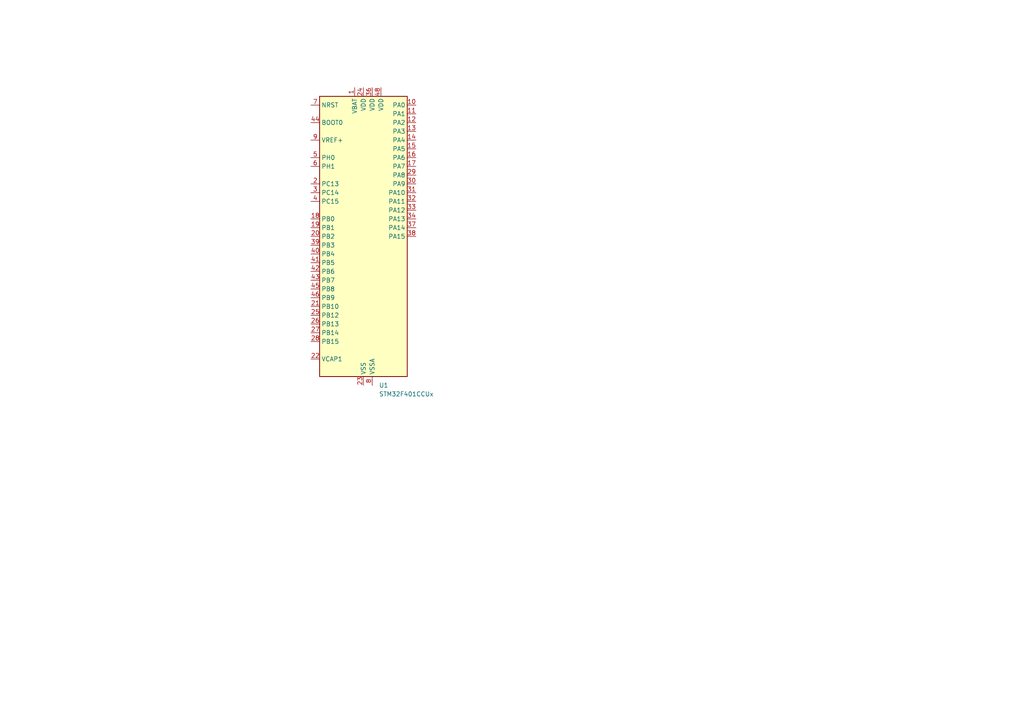
<source format=kicad_sch>
(kicad_sch (version 20230121) (generator eeschema)
  (paper "A4")
  (lib_symbols
    (symbol "MCU_ST_STM32F4:STM32F401CCUx"
      (property "Reference" "U" (at -12.7 41.91 0))
      (property "Value" "STM32F401CCUx" (at 7.62 41.91 0))
      (symbol "STM32F401CCUx_0_1"
        (rectangle (start -12.7 -40.64) (end 12.7 40.64) (stroke (width 0.254)) (fill (type background)))
      )
      (symbol "STM32F401CCUx_1_1"
        (pin power_in line (at -2.54 43.18 270) (length 2.54) (name "VBAT") (number "1"))
        (pin bidirectional line (at 15.24 38.1 180) (length 2.54) (name "PA0") (number "10"))
        (pin bidirectional line (at 15.24 35.56 180) (length 2.54) (name "PA1") (number "11"))
        (pin bidirectional line (at 15.24 33.02 180) (length 2.54) (name "PA2") (number "12"))
        (pin bidirectional line (at 15.24 30.48 180) (length 2.54) (name "PA3") (number "13"))
        (pin bidirectional line (at 15.24 27.94 180) (length 2.54) (name "PA4") (number "14"))
        (pin bidirectional line (at 15.24 25.4 180) (length 2.54) (name "PA5") (number "15"))
        (pin bidirectional line (at 15.24 22.86 180) (length 2.54) (name "PA6") (number "16"))
        (pin bidirectional line (at 15.24 20.32 180) (length 2.54) (name "PA7") (number "17"))
        (pin bidirectional line (at -15.24 5.08 0) (length 2.54) (name "PB0") (number "18"))
        (pin bidirectional line (at -15.24 2.54 0) (length 2.54) (name "PB1") (number "19"))
        (pin bidirectional line (at -15.24 15.24 0) (length 2.54) (name "PC13") (number "2"))
        (pin bidirectional line (at -15.24 0 0) (length 2.54) (name "PB2") (number "20"))
        (pin bidirectional line (at -15.24 -20.32 0) (length 2.54) (name "PB10") (number "21"))
        (pin power_out line (at -15.24 -35.56 0) (length 2.54) (name "VCAP1") (number "22"))
        (pin power_in line (at 0 -43.18 90) (length 2.54) (name "VSS") (number "23"))
        (pin power_in line (at 0 43.18 270) (length 2.54) (name "VDD") (number "24"))
        (pin bidirectional line (at -15.24 -22.86 0) (length 2.54) (name "PB12") (number "25"))
        (pin bidirectional line (at -15.24 -25.4 0) (length 2.54) (name "PB13") (number "26"))
        (pin bidirectional line (at -15.24 -27.94 0) (length 2.54) (name "PB14") (number "27"))
        (pin bidirectional line (at -15.24 -30.48 0) (length 2.54) (name "PB15") (number "28"))
        (pin bidirectional line (at 15.24 17.78 180) (length 2.54) (name "PA8") (number "29"))
        (pin bidirectional line (at -15.24 12.7 0) (length 2.54) (name "PC14") (number "3"))
        (pin bidirectional line (at 15.24 15.24 180) (length 2.54) (name "PA9") (number "30"))
        (pin bidirectional line (at 15.24 12.7 180) (length 2.54) (name "PA10") (number "31"))
        (pin bidirectional line (at 15.24 10.16 180) (length 2.54) (name "PA11") (number "32"))
        (pin bidirectional line (at 15.24 7.62 180) (length 2.54) (name "PA12") (number "33"))
        (pin bidirectional line (at 15.24 5.08 180) (length 2.54) (name "PA13") (number "34"))
        (pin passive line (at 0 -43.18 90) (length 2.54) hide (name "VSS") (number "35"))
        (pin power_in line (at 2.54 43.18 270) (length 2.54) (name "VDD") (number "36"))
        (pin bidirectional line (at 15.24 2.54 180) (length 2.54) (name "PA14") (number "37"))
        (pin bidirectional line (at 15.24 0 180) (length 2.54) (name "PA15") (number "38"))
        (pin bidirectional line (at -15.24 -2.54 0) (length 2.54) (name "PB3") (number "39"))
        (pin bidirectional line (at -15.24 10.16 0) (length 2.54) (name "PC15") (number "4"))
        (pin bidirectional line (at -15.24 -5.08 0) (length 2.54) (name "PB4") (number "40"))
        (pin bidirectional line (at -15.24 -7.62 0) (length 2.54) (name "PB5") (number "41"))
        (pin bidirectional line (at -15.24 -10.16 0) (length 2.54) (name "PB6") (number "42"))
        (pin bidirectional line (at -15.24 -12.7 0) (length 2.54) (name "PB7") (number "43"))
        (pin input line (at -15.24 33.02 0) (length 2.54) (name "BOOT0") (number "44"))
        (pin bidirectional line (at -15.24 -15.24 0) (length 2.54) (name "PB8") (number "45"))
        (pin bidirectional line (at -15.24 -17.78 0) (length 2.54) (name "PB9") (number "46"))
        (pin passive line (at 0 -43.18 90) (length 2.54) hide (name "VSS") (number "47"))
        (pin power_in line (at 5.08 43.18 270) (length 2.54) (name "VDD") (number "48"))
        (pin passive line (at 0 -43.18 90) (length 2.54) hide (name "VSS") (number "49"))
        (pin bidirectional line (at -15.24 22.86 0) (length 2.54) (name "PH0") (number "5"))
        (pin bidirectional line (at -15.24 20.32 0) (length 2.54) (name "PH1") (number "6"))
        (pin input line (at -15.24 38.1 0) (length 2.54) (name "NRST") (number "7"))
        (pin power_in line (at 2.54 -43.18 90) (length 2.54) (name "VSSA") (number "8"))
        (pin input line (at -15.24 27.94 0) (length 2.54) (name "VREF+") (number "9"))
      )
    )
  )
  (symbol (lib_id "MCU_ST_STM32F4:STM32F401CCUx") (at 105.41 68.58 0) (unit 1)
    (property "Reference" "U1" (at 109.9059 111.76 0) (effects (justify left)))
    (property "Value" "STM32F401CCUx" (at 109.9059 114.3 0) (effects (justify left)))
    (property "Footprint" "Package_DFN_QFN:QFN-48-1EP_7x7mm_P0.5mm_EP5.6x5.6mm" (effects hide))
    (property "Datasheet" "https://www.st.com/resource/en/datasheet/stm32f401cc.pdf" (effects hide))
  )
)
</source>
